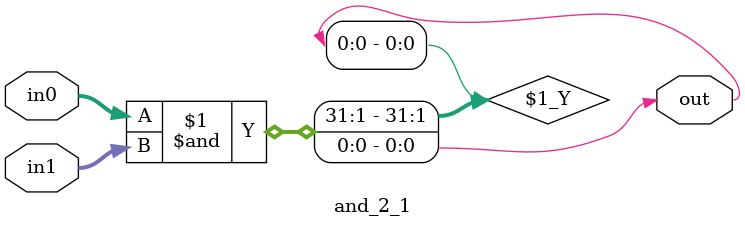
<source format=v>
`timescale 1ns / 1ps


module and_2_1 #(parameter w = 32)(
        input [w-1:0] in0, in1,
        output out
    );
    
    assign out = in0 & in1;
    
endmodule

</source>
